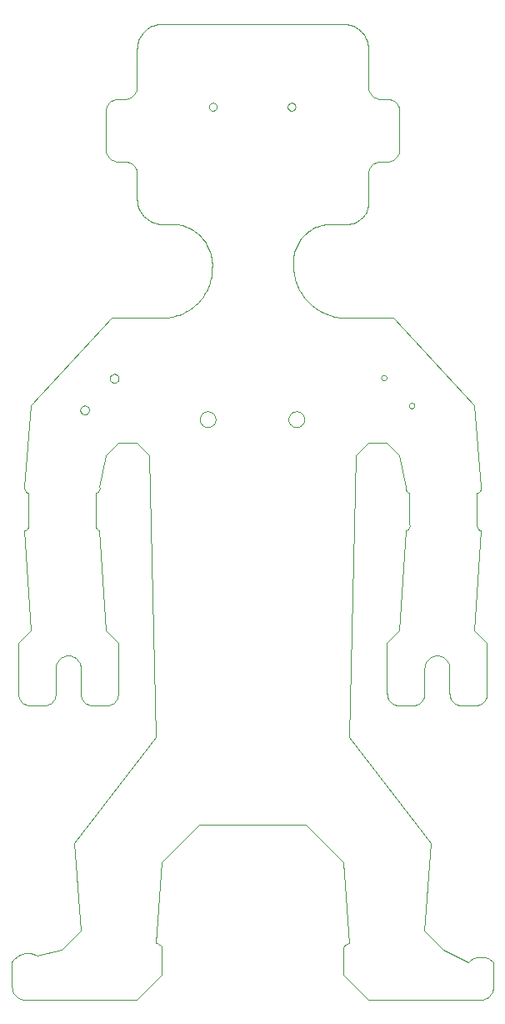
<source format=gko>
G75*
%MOIN*%
%OFA0B0*%
%FSLAX24Y24*%
%IPPOS*%
%LPD*%
%AMOC8*
5,1,8,0,0,1.08239X$1,22.5*
%
%ADD10C,0.0000*%
D10*
X000100Y000600D02*
X000100Y001600D01*
X000128Y001644D01*
X000160Y001685D01*
X000194Y001724D01*
X000231Y001761D01*
X000270Y001795D01*
X000312Y001826D01*
X000356Y001854D01*
X000402Y001878D01*
X000449Y001900D01*
X000498Y001918D01*
X000548Y001932D01*
X000599Y001943D01*
X000651Y001950D01*
X000703Y001954D01*
X000755Y001953D01*
X000806Y001949D01*
X000858Y001942D01*
X000909Y001930D01*
X000959Y001916D01*
X001007Y001897D01*
X001055Y001875D01*
X001100Y001850D01*
X002100Y002100D01*
X002850Y002850D01*
X002600Y006350D01*
X005850Y010600D01*
X005600Y021850D01*
X005100Y022350D01*
X004350Y022350D01*
X003850Y021850D01*
X003600Y020600D01*
X003605Y020573D01*
X003606Y020547D01*
X003604Y020520D01*
X003598Y020493D01*
X003589Y020468D01*
X003577Y020444D01*
X003561Y020422D01*
X003543Y020402D01*
X003523Y020384D01*
X003500Y020370D01*
X003476Y020358D01*
X003450Y020350D01*
X003450Y019100D01*
X003445Y019073D01*
X003444Y019047D01*
X003446Y019020D01*
X003452Y018993D01*
X003461Y018968D01*
X003473Y018944D01*
X003489Y018922D01*
X003507Y018902D01*
X003527Y018884D01*
X003550Y018870D01*
X003574Y018858D01*
X003600Y018850D01*
X003850Y014850D01*
X004350Y014350D01*
X004350Y012350D01*
X004348Y012306D01*
X004342Y012263D01*
X004333Y012221D01*
X004320Y012179D01*
X004303Y012139D01*
X004283Y012100D01*
X004260Y012063D01*
X004233Y012029D01*
X004204Y011996D01*
X004171Y011967D01*
X004137Y011940D01*
X004100Y011917D01*
X004061Y011897D01*
X004021Y011880D01*
X003979Y011867D01*
X003937Y011858D01*
X003894Y011852D01*
X003850Y011850D01*
X003350Y011850D01*
X003306Y011852D01*
X003263Y011858D01*
X003221Y011867D01*
X003179Y011880D01*
X003139Y011897D01*
X003100Y011917D01*
X003063Y011940D01*
X003029Y011967D01*
X002996Y011996D01*
X002967Y012029D01*
X002940Y012063D01*
X002917Y012100D01*
X002897Y012139D01*
X002880Y012179D01*
X002867Y012221D01*
X002858Y012263D01*
X002852Y012306D01*
X002850Y012350D01*
X002850Y013350D01*
X002350Y013850D02*
X002306Y013848D01*
X002263Y013842D01*
X002221Y013833D01*
X002179Y013820D01*
X002139Y013803D01*
X002100Y013783D01*
X002063Y013760D01*
X002029Y013733D01*
X001996Y013704D01*
X001967Y013671D01*
X001940Y013637D01*
X001917Y013600D01*
X001897Y013561D01*
X001880Y013521D01*
X001867Y013479D01*
X001858Y013437D01*
X001852Y013394D01*
X001850Y013350D01*
X001850Y012350D01*
X001848Y012306D01*
X001842Y012263D01*
X001833Y012221D01*
X001820Y012179D01*
X001803Y012139D01*
X001783Y012100D01*
X001760Y012063D01*
X001733Y012029D01*
X001704Y011996D01*
X001671Y011967D01*
X001637Y011940D01*
X001600Y011917D01*
X001561Y011897D01*
X001521Y011880D01*
X001479Y011867D01*
X001437Y011858D01*
X001394Y011852D01*
X001350Y011850D01*
X000850Y011850D01*
X000806Y011852D01*
X000763Y011858D01*
X000721Y011867D01*
X000679Y011880D01*
X000639Y011897D01*
X000600Y011917D01*
X000563Y011940D01*
X000529Y011967D01*
X000496Y011996D01*
X000467Y012029D01*
X000440Y012063D01*
X000417Y012100D01*
X000397Y012139D01*
X000380Y012179D01*
X000367Y012221D01*
X000358Y012263D01*
X000352Y012306D01*
X000350Y012350D01*
X000350Y014350D01*
X000850Y014850D01*
X000600Y018850D01*
X000626Y018858D01*
X000650Y018870D01*
X000673Y018884D01*
X000693Y018902D01*
X000711Y018922D01*
X000727Y018944D01*
X000739Y018968D01*
X000748Y018993D01*
X000754Y019020D01*
X000756Y019047D01*
X000755Y019073D01*
X000750Y019100D01*
X000750Y020350D01*
X000724Y020358D01*
X000700Y020370D01*
X000677Y020384D01*
X000657Y020402D01*
X000639Y020422D01*
X000623Y020444D01*
X000611Y020468D01*
X000602Y020493D01*
X000596Y020520D01*
X000594Y020547D01*
X000595Y020573D01*
X000600Y020600D01*
X000850Y023850D01*
X004100Y027350D01*
X006100Y027350D01*
X006187Y027352D01*
X006274Y027358D01*
X006361Y027367D01*
X006447Y027380D01*
X006533Y027397D01*
X006618Y027418D01*
X006701Y027443D01*
X006784Y027471D01*
X006865Y027502D01*
X006945Y027537D01*
X007023Y027576D01*
X007100Y027618D01*
X007175Y027663D01*
X007247Y027712D01*
X007318Y027763D01*
X007386Y027818D01*
X007451Y027875D01*
X007514Y027936D01*
X007575Y027999D01*
X007632Y028064D01*
X007687Y028132D01*
X007738Y028203D01*
X007787Y028275D01*
X007832Y028350D01*
X007874Y028427D01*
X007913Y028505D01*
X007948Y028585D01*
X007979Y028666D01*
X008007Y028749D01*
X008032Y028832D01*
X008053Y028917D01*
X008070Y029003D01*
X008083Y029089D01*
X008092Y029176D01*
X008098Y029263D01*
X008100Y029350D01*
X006600Y031100D02*
X006100Y031100D01*
X006040Y031102D01*
X005979Y031107D01*
X005920Y031116D01*
X005861Y031129D01*
X005802Y031145D01*
X005745Y031165D01*
X005690Y031188D01*
X005635Y031215D01*
X005583Y031244D01*
X005532Y031277D01*
X005483Y031313D01*
X005437Y031351D01*
X005393Y031393D01*
X005351Y031437D01*
X005313Y031483D01*
X005277Y031532D01*
X005244Y031583D01*
X005215Y031635D01*
X005188Y031690D01*
X005165Y031745D01*
X005145Y031802D01*
X005129Y031861D01*
X005116Y031920D01*
X005107Y031979D01*
X005102Y032040D01*
X005100Y032100D01*
X005100Y033100D01*
X005098Y033144D01*
X005092Y033187D01*
X005083Y033229D01*
X005070Y033271D01*
X005053Y033311D01*
X005033Y033350D01*
X005010Y033387D01*
X004983Y033421D01*
X004954Y033454D01*
X004921Y033483D01*
X004887Y033510D01*
X004850Y033533D01*
X004811Y033553D01*
X004771Y033570D01*
X004729Y033583D01*
X004687Y033592D01*
X004644Y033598D01*
X004600Y033600D01*
X004350Y033600D01*
X004306Y033602D01*
X004263Y033608D01*
X004221Y033617D01*
X004179Y033630D01*
X004139Y033647D01*
X004100Y033667D01*
X004063Y033690D01*
X004029Y033717D01*
X003996Y033746D01*
X003967Y033779D01*
X003940Y033813D01*
X003917Y033850D01*
X003897Y033889D01*
X003880Y033929D01*
X003867Y033971D01*
X003858Y034013D01*
X003852Y034056D01*
X003850Y034100D01*
X003850Y035600D01*
X003852Y035644D01*
X003858Y035687D01*
X003867Y035729D01*
X003880Y035771D01*
X003897Y035811D01*
X003917Y035850D01*
X003940Y035887D01*
X003967Y035921D01*
X003996Y035954D01*
X004029Y035983D01*
X004063Y036010D01*
X004100Y036033D01*
X004139Y036053D01*
X004179Y036070D01*
X004221Y036083D01*
X004263Y036092D01*
X004306Y036098D01*
X004350Y036100D01*
X004600Y036100D01*
X004644Y036102D01*
X004687Y036108D01*
X004729Y036117D01*
X004771Y036130D01*
X004811Y036147D01*
X004850Y036167D01*
X004887Y036190D01*
X004921Y036217D01*
X004954Y036246D01*
X004983Y036279D01*
X005010Y036313D01*
X005033Y036350D01*
X005053Y036389D01*
X005070Y036429D01*
X005083Y036471D01*
X005092Y036513D01*
X005098Y036556D01*
X005100Y036600D01*
X005100Y038100D01*
X005102Y038160D01*
X005107Y038221D01*
X005116Y038280D01*
X005129Y038339D01*
X005145Y038398D01*
X005165Y038455D01*
X005188Y038510D01*
X005215Y038565D01*
X005244Y038617D01*
X005277Y038668D01*
X005313Y038717D01*
X005351Y038763D01*
X005393Y038807D01*
X005437Y038849D01*
X005483Y038887D01*
X005532Y038923D01*
X005583Y038956D01*
X005635Y038985D01*
X005690Y039012D01*
X005745Y039035D01*
X005802Y039055D01*
X005861Y039071D01*
X005920Y039084D01*
X005979Y039093D01*
X006040Y039098D01*
X006100Y039100D01*
X013350Y039100D01*
X013410Y039098D01*
X013471Y039093D01*
X013530Y039084D01*
X013589Y039071D01*
X013648Y039055D01*
X013705Y039035D01*
X013760Y039012D01*
X013815Y038985D01*
X013867Y038956D01*
X013918Y038923D01*
X013967Y038887D01*
X014013Y038849D01*
X014057Y038807D01*
X014099Y038763D01*
X014137Y038717D01*
X014173Y038668D01*
X014206Y038617D01*
X014235Y038565D01*
X014262Y038510D01*
X014285Y038455D01*
X014305Y038398D01*
X014321Y038339D01*
X014334Y038280D01*
X014343Y038221D01*
X014348Y038160D01*
X014350Y038100D01*
X014350Y036600D01*
X014352Y036556D01*
X014358Y036513D01*
X014367Y036471D01*
X014380Y036429D01*
X014397Y036389D01*
X014417Y036350D01*
X014440Y036313D01*
X014467Y036279D01*
X014496Y036246D01*
X014529Y036217D01*
X014563Y036190D01*
X014600Y036167D01*
X014639Y036147D01*
X014679Y036130D01*
X014721Y036117D01*
X014763Y036108D01*
X014806Y036102D01*
X014850Y036100D01*
X015100Y036100D01*
X015144Y036098D01*
X015187Y036092D01*
X015229Y036083D01*
X015271Y036070D01*
X015311Y036053D01*
X015350Y036033D01*
X015387Y036010D01*
X015421Y035983D01*
X015454Y035954D01*
X015483Y035921D01*
X015510Y035887D01*
X015533Y035850D01*
X015553Y035811D01*
X015570Y035771D01*
X015583Y035729D01*
X015592Y035687D01*
X015598Y035644D01*
X015600Y035600D01*
X015600Y034100D01*
X015598Y034056D01*
X015592Y034013D01*
X015583Y033971D01*
X015570Y033929D01*
X015553Y033889D01*
X015533Y033850D01*
X015510Y033813D01*
X015483Y033779D01*
X015454Y033746D01*
X015421Y033717D01*
X015387Y033690D01*
X015350Y033667D01*
X015311Y033647D01*
X015271Y033630D01*
X015229Y033617D01*
X015187Y033608D01*
X015144Y033602D01*
X015100Y033600D01*
X014850Y033600D01*
X014806Y033598D01*
X014763Y033592D01*
X014721Y033583D01*
X014679Y033570D01*
X014639Y033553D01*
X014600Y033533D01*
X014563Y033510D01*
X014529Y033483D01*
X014496Y033454D01*
X014467Y033421D01*
X014440Y033387D01*
X014417Y033350D01*
X014397Y033311D01*
X014380Y033271D01*
X014367Y033229D01*
X014358Y033187D01*
X014352Y033144D01*
X014350Y033100D01*
X014350Y032100D01*
X013600Y031100D02*
X012850Y031100D01*
X013600Y031100D02*
X013657Y031110D01*
X013713Y031124D01*
X013768Y031141D01*
X013822Y031162D01*
X013875Y031187D01*
X013925Y031214D01*
X013974Y031245D01*
X014021Y031280D01*
X014065Y031317D01*
X014107Y031357D01*
X014146Y031399D01*
X014182Y031445D01*
X014215Y031492D01*
X014245Y031541D01*
X014272Y031593D01*
X014295Y031646D01*
X014315Y031700D01*
X014331Y031756D01*
X014344Y031812D01*
X014353Y031869D01*
X014358Y031927D01*
X014359Y031985D01*
X014356Y032043D01*
X014350Y032100D01*
X011350Y029600D02*
X011346Y029510D01*
X011347Y029419D01*
X011351Y029329D01*
X011359Y029239D01*
X011371Y029149D01*
X011387Y029060D01*
X011406Y028972D01*
X011429Y028885D01*
X011456Y028799D01*
X011487Y028713D01*
X011521Y028630D01*
X011559Y028548D01*
X011600Y028467D01*
X011644Y028388D01*
X011692Y028312D01*
X011743Y028237D01*
X011797Y028165D01*
X011854Y028095D01*
X011914Y028027D01*
X011977Y027962D01*
X012043Y027900D01*
X012111Y027841D01*
X012181Y027784D01*
X012254Y027731D01*
X012329Y027681D01*
X012407Y027634D01*
X012486Y027590D01*
X012567Y027550D01*
X012649Y027513D01*
X012733Y027479D01*
X012818Y027450D01*
X012905Y027424D01*
X012993Y027401D01*
X013081Y027383D01*
X013170Y027368D01*
X013260Y027357D01*
X013350Y027350D01*
X015350Y027350D01*
X018600Y023850D01*
X018850Y020600D01*
X018855Y020573D01*
X018856Y020547D01*
X018854Y020520D01*
X018848Y020493D01*
X018839Y020468D01*
X018827Y020444D01*
X018811Y020422D01*
X018793Y020402D01*
X018773Y020384D01*
X018750Y020370D01*
X018726Y020358D01*
X018700Y020350D01*
X018700Y019100D01*
X018695Y019073D01*
X018694Y019047D01*
X018696Y019020D01*
X018702Y018993D01*
X018711Y018968D01*
X018723Y018944D01*
X018739Y018922D01*
X018757Y018902D01*
X018777Y018884D01*
X018800Y018870D01*
X018824Y018858D01*
X018850Y018850D01*
X018600Y014850D01*
X019100Y014350D01*
X019100Y012350D01*
X019098Y012306D01*
X019092Y012263D01*
X019083Y012221D01*
X019070Y012179D01*
X019053Y012139D01*
X019033Y012100D01*
X019010Y012063D01*
X018983Y012029D01*
X018954Y011996D01*
X018921Y011967D01*
X018887Y011940D01*
X018850Y011917D01*
X018811Y011897D01*
X018771Y011880D01*
X018729Y011867D01*
X018687Y011858D01*
X018644Y011852D01*
X018600Y011850D01*
X018100Y011850D01*
X018056Y011852D01*
X018013Y011858D01*
X017971Y011867D01*
X017929Y011880D01*
X017889Y011897D01*
X017850Y011917D01*
X017813Y011940D01*
X017779Y011967D01*
X017746Y011996D01*
X017717Y012029D01*
X017690Y012063D01*
X017667Y012100D01*
X017647Y012139D01*
X017630Y012179D01*
X017617Y012221D01*
X017608Y012263D01*
X017602Y012306D01*
X017600Y012350D01*
X017600Y013350D01*
X017598Y013394D01*
X017592Y013437D01*
X017583Y013479D01*
X017570Y013521D01*
X017553Y013561D01*
X017533Y013600D01*
X017510Y013637D01*
X017483Y013671D01*
X017454Y013704D01*
X017421Y013733D01*
X017387Y013760D01*
X017350Y013783D01*
X017311Y013803D01*
X017271Y013820D01*
X017229Y013833D01*
X017187Y013842D01*
X017144Y013848D01*
X017100Y013850D01*
X017056Y013848D01*
X017013Y013842D01*
X016971Y013833D01*
X016929Y013820D01*
X016889Y013803D01*
X016850Y013783D01*
X016813Y013760D01*
X016779Y013733D01*
X016746Y013704D01*
X016717Y013671D01*
X016690Y013637D01*
X016667Y013600D01*
X016647Y013561D01*
X016630Y013521D01*
X016617Y013479D01*
X016608Y013437D01*
X016602Y013394D01*
X016600Y013350D01*
X016600Y012350D01*
X016598Y012306D01*
X016592Y012263D01*
X016583Y012221D01*
X016570Y012179D01*
X016553Y012139D01*
X016533Y012100D01*
X016510Y012063D01*
X016483Y012029D01*
X016454Y011996D01*
X016421Y011967D01*
X016387Y011940D01*
X016350Y011917D01*
X016311Y011897D01*
X016271Y011880D01*
X016229Y011867D01*
X016187Y011858D01*
X016144Y011852D01*
X016100Y011850D01*
X015600Y011850D01*
X015556Y011852D01*
X015513Y011858D01*
X015471Y011867D01*
X015429Y011880D01*
X015389Y011897D01*
X015350Y011917D01*
X015313Y011940D01*
X015279Y011967D01*
X015246Y011996D01*
X015217Y012029D01*
X015190Y012063D01*
X015167Y012100D01*
X015147Y012139D01*
X015130Y012179D01*
X015117Y012221D01*
X015108Y012263D01*
X015102Y012306D01*
X015100Y012350D01*
X015100Y014350D01*
X015600Y014850D01*
X015850Y018850D01*
X015876Y018858D01*
X015900Y018870D01*
X015923Y018884D01*
X015943Y018902D01*
X015961Y018922D01*
X015977Y018944D01*
X015989Y018968D01*
X015998Y018993D01*
X016004Y019020D01*
X016006Y019047D01*
X016005Y019073D01*
X016000Y019100D01*
X016000Y020350D01*
X015974Y020358D01*
X015950Y020370D01*
X015927Y020384D01*
X015907Y020402D01*
X015889Y020422D01*
X015873Y020444D01*
X015861Y020468D01*
X015852Y020493D01*
X015846Y020520D01*
X015844Y020547D01*
X015845Y020573D01*
X015850Y020600D01*
X015600Y021850D01*
X015100Y022350D01*
X014350Y022350D01*
X013850Y021850D01*
X013600Y010600D01*
X016850Y006350D01*
X016600Y002850D01*
X017350Y002100D01*
X018350Y001600D01*
X018387Y001634D01*
X018426Y001666D01*
X018468Y001695D01*
X018511Y001721D01*
X018556Y001743D01*
X018603Y001762D01*
X018651Y001778D01*
X018700Y001791D01*
X018749Y001800D01*
X018800Y001805D01*
X018850Y001807D01*
X018900Y001805D01*
X018951Y001800D01*
X019000Y001791D01*
X019049Y001778D01*
X019097Y001762D01*
X019144Y001743D01*
X019189Y001721D01*
X019232Y001695D01*
X019274Y001666D01*
X019313Y001634D01*
X019350Y001600D01*
X019350Y000600D01*
X019348Y000556D01*
X019342Y000513D01*
X019333Y000471D01*
X019320Y000429D01*
X019303Y000389D01*
X019283Y000350D01*
X019260Y000313D01*
X019233Y000279D01*
X019204Y000246D01*
X019171Y000217D01*
X019137Y000190D01*
X019100Y000167D01*
X019061Y000147D01*
X019021Y000130D01*
X018979Y000117D01*
X018937Y000108D01*
X018894Y000102D01*
X018850Y000100D01*
X014350Y000100D01*
X013350Y001100D01*
X013350Y002100D01*
X013352Y002130D01*
X013357Y002160D01*
X013366Y002189D01*
X013379Y002216D01*
X013394Y002242D01*
X013413Y002266D01*
X013434Y002287D01*
X013458Y002306D01*
X013484Y002321D01*
X013511Y002334D01*
X013540Y002343D01*
X013570Y002348D01*
X013600Y002350D01*
X013350Y005600D01*
X011850Y007100D01*
X007600Y007100D01*
X006100Y005600D01*
X005850Y002350D01*
X005880Y002348D01*
X005910Y002343D01*
X005939Y002334D01*
X005966Y002321D01*
X005992Y002306D01*
X006016Y002287D01*
X006037Y002266D01*
X006056Y002242D01*
X006071Y002216D01*
X006084Y002189D01*
X006093Y002160D01*
X006098Y002130D01*
X006100Y002100D01*
X006100Y001100D01*
X005100Y000100D01*
X000600Y000100D01*
X000556Y000102D01*
X000513Y000108D01*
X000471Y000117D01*
X000429Y000130D01*
X000389Y000147D01*
X000350Y000167D01*
X000313Y000190D01*
X000279Y000217D01*
X000246Y000246D01*
X000217Y000279D01*
X000190Y000313D01*
X000167Y000350D01*
X000147Y000389D01*
X000130Y000429D01*
X000117Y000471D01*
X000108Y000513D01*
X000102Y000556D01*
X000100Y000600D01*
X002850Y013350D02*
X002848Y013394D01*
X002842Y013437D01*
X002833Y013479D01*
X002820Y013521D01*
X002803Y013561D01*
X002783Y013600D01*
X002760Y013637D01*
X002733Y013671D01*
X002704Y013704D01*
X002671Y013733D01*
X002637Y013760D01*
X002600Y013783D01*
X002561Y013803D01*
X002521Y013820D01*
X002479Y013833D01*
X002437Y013842D01*
X002394Y013848D01*
X002350Y013850D01*
X002832Y023667D02*
X002834Y023693D01*
X002840Y023719D01*
X002850Y023744D01*
X002863Y023767D01*
X002879Y023787D01*
X002899Y023805D01*
X002921Y023820D01*
X002944Y023832D01*
X002970Y023840D01*
X002996Y023844D01*
X003022Y023844D01*
X003048Y023840D01*
X003074Y023832D01*
X003098Y023820D01*
X003119Y023805D01*
X003139Y023787D01*
X003155Y023767D01*
X003168Y023744D01*
X003178Y023719D01*
X003184Y023693D01*
X003186Y023667D01*
X003184Y023641D01*
X003178Y023615D01*
X003168Y023590D01*
X003155Y023567D01*
X003139Y023547D01*
X003119Y023529D01*
X003097Y023514D01*
X003074Y023502D01*
X003048Y023494D01*
X003022Y023490D01*
X002996Y023490D01*
X002970Y023494D01*
X002944Y023502D01*
X002920Y023514D01*
X002899Y023529D01*
X002879Y023547D01*
X002863Y023567D01*
X002850Y023590D01*
X002840Y023615D01*
X002834Y023641D01*
X002832Y023667D01*
X004014Y024933D02*
X004016Y024959D01*
X004022Y024985D01*
X004032Y025010D01*
X004045Y025033D01*
X004061Y025053D01*
X004081Y025071D01*
X004103Y025086D01*
X004126Y025098D01*
X004152Y025106D01*
X004178Y025110D01*
X004204Y025110D01*
X004230Y025106D01*
X004256Y025098D01*
X004280Y025086D01*
X004301Y025071D01*
X004321Y025053D01*
X004337Y025033D01*
X004350Y025010D01*
X004360Y024985D01*
X004366Y024959D01*
X004368Y024933D01*
X004366Y024907D01*
X004360Y024881D01*
X004350Y024856D01*
X004337Y024833D01*
X004321Y024813D01*
X004301Y024795D01*
X004279Y024780D01*
X004256Y024768D01*
X004230Y024760D01*
X004204Y024756D01*
X004178Y024756D01*
X004152Y024760D01*
X004126Y024768D01*
X004102Y024780D01*
X004081Y024795D01*
X004061Y024813D01*
X004045Y024833D01*
X004032Y024856D01*
X004022Y024881D01*
X004016Y024907D01*
X004014Y024933D01*
X008100Y029350D02*
X008104Y029430D01*
X008105Y029510D01*
X008101Y029590D01*
X008093Y029669D01*
X008082Y029749D01*
X008067Y029827D01*
X008047Y029905D01*
X008024Y029981D01*
X007998Y030057D01*
X007967Y030131D01*
X007933Y030203D01*
X007896Y030274D01*
X007855Y030343D01*
X007811Y030409D01*
X007763Y030474D01*
X007713Y030536D01*
X007659Y030595D01*
X007603Y030652D01*
X007544Y030706D01*
X007482Y030757D01*
X007418Y030805D01*
X007351Y030849D01*
X007283Y030891D01*
X007212Y030929D01*
X007140Y030963D01*
X007066Y030994D01*
X006991Y031021D01*
X006915Y031045D01*
X006837Y031064D01*
X006759Y031080D01*
X006680Y031092D01*
X006600Y031100D01*
X007973Y035788D02*
X007975Y035813D01*
X007981Y035837D01*
X007990Y035859D01*
X008003Y035880D01*
X008019Y035899D01*
X008038Y035915D01*
X008059Y035928D01*
X008081Y035937D01*
X008105Y035943D01*
X008130Y035945D01*
X008155Y035943D01*
X008179Y035937D01*
X008201Y035928D01*
X008222Y035915D01*
X008241Y035899D01*
X008257Y035880D01*
X008270Y035859D01*
X008279Y035837D01*
X008285Y035813D01*
X008287Y035788D01*
X008285Y035763D01*
X008279Y035739D01*
X008270Y035717D01*
X008257Y035696D01*
X008241Y035677D01*
X008222Y035661D01*
X008201Y035648D01*
X008179Y035639D01*
X008155Y035633D01*
X008130Y035631D01*
X008105Y035633D01*
X008081Y035639D01*
X008059Y035648D01*
X008038Y035661D01*
X008019Y035677D01*
X008003Y035696D01*
X007990Y035717D01*
X007981Y035739D01*
X007975Y035763D01*
X007973Y035788D01*
X011123Y035788D02*
X011125Y035813D01*
X011131Y035837D01*
X011140Y035859D01*
X011153Y035880D01*
X011169Y035899D01*
X011188Y035915D01*
X011209Y035928D01*
X011231Y035937D01*
X011255Y035943D01*
X011280Y035945D01*
X011305Y035943D01*
X011329Y035937D01*
X011351Y035928D01*
X011372Y035915D01*
X011391Y035899D01*
X011407Y035880D01*
X011420Y035859D01*
X011429Y035837D01*
X011435Y035813D01*
X011437Y035788D01*
X011435Y035763D01*
X011429Y035739D01*
X011420Y035717D01*
X011407Y035696D01*
X011391Y035677D01*
X011372Y035661D01*
X011351Y035648D01*
X011329Y035639D01*
X011305Y035633D01*
X011280Y035631D01*
X011255Y035633D01*
X011231Y035639D01*
X011209Y035648D01*
X011188Y035661D01*
X011169Y035677D01*
X011153Y035696D01*
X011140Y035717D01*
X011131Y035739D01*
X011125Y035763D01*
X011123Y035788D01*
X012850Y031100D02*
X012774Y031098D01*
X012698Y031092D01*
X012623Y031083D01*
X012548Y031069D01*
X012474Y031052D01*
X012401Y031031D01*
X012329Y031007D01*
X012258Y030978D01*
X012189Y030947D01*
X012122Y030912D01*
X012057Y030873D01*
X011993Y030831D01*
X011932Y030786D01*
X011873Y030738D01*
X011817Y030687D01*
X011763Y030633D01*
X011712Y030577D01*
X011664Y030518D01*
X011619Y030457D01*
X011577Y030393D01*
X011538Y030328D01*
X011503Y030261D01*
X011472Y030192D01*
X011443Y030121D01*
X011419Y030049D01*
X011398Y029976D01*
X011381Y029902D01*
X011367Y029827D01*
X011358Y029752D01*
X011352Y029676D01*
X011350Y029600D01*
X011157Y023300D02*
X011159Y023335D01*
X011165Y023370D01*
X011175Y023404D01*
X011188Y023437D01*
X011205Y023468D01*
X011226Y023496D01*
X011249Y023523D01*
X011276Y023546D01*
X011304Y023567D01*
X011335Y023584D01*
X011368Y023597D01*
X011402Y023607D01*
X011437Y023613D01*
X011472Y023615D01*
X011507Y023613D01*
X011542Y023607D01*
X011576Y023597D01*
X011609Y023584D01*
X011640Y023567D01*
X011668Y023546D01*
X011695Y023523D01*
X011718Y023496D01*
X011739Y023468D01*
X011756Y023437D01*
X011769Y023404D01*
X011779Y023370D01*
X011785Y023335D01*
X011787Y023300D01*
X011785Y023265D01*
X011779Y023230D01*
X011769Y023196D01*
X011756Y023163D01*
X011739Y023132D01*
X011718Y023104D01*
X011695Y023077D01*
X011668Y023054D01*
X011640Y023033D01*
X011609Y023016D01*
X011576Y023003D01*
X011542Y022993D01*
X011507Y022987D01*
X011472Y022985D01*
X011437Y022987D01*
X011402Y022993D01*
X011368Y023003D01*
X011335Y023016D01*
X011304Y023033D01*
X011276Y023054D01*
X011249Y023077D01*
X011226Y023104D01*
X011205Y023132D01*
X011188Y023163D01*
X011175Y023196D01*
X011165Y023230D01*
X011159Y023265D01*
X011157Y023300D01*
X007613Y023300D02*
X007615Y023335D01*
X007621Y023370D01*
X007631Y023404D01*
X007644Y023437D01*
X007661Y023468D01*
X007682Y023496D01*
X007705Y023523D01*
X007732Y023546D01*
X007760Y023567D01*
X007791Y023584D01*
X007824Y023597D01*
X007858Y023607D01*
X007893Y023613D01*
X007928Y023615D01*
X007963Y023613D01*
X007998Y023607D01*
X008032Y023597D01*
X008065Y023584D01*
X008096Y023567D01*
X008124Y023546D01*
X008151Y023523D01*
X008174Y023496D01*
X008195Y023468D01*
X008212Y023437D01*
X008225Y023404D01*
X008235Y023370D01*
X008241Y023335D01*
X008243Y023300D01*
X008241Y023265D01*
X008235Y023230D01*
X008225Y023196D01*
X008212Y023163D01*
X008195Y023132D01*
X008174Y023104D01*
X008151Y023077D01*
X008124Y023054D01*
X008096Y023033D01*
X008065Y023016D01*
X008032Y023003D01*
X007998Y022993D01*
X007963Y022987D01*
X007928Y022985D01*
X007893Y022987D01*
X007858Y022993D01*
X007824Y023003D01*
X007791Y023016D01*
X007760Y023033D01*
X007732Y023054D01*
X007705Y023077D01*
X007682Y023104D01*
X007661Y023132D01*
X007644Y023163D01*
X007631Y023196D01*
X007621Y023230D01*
X007615Y023265D01*
X007613Y023300D01*
X014867Y024958D02*
X014869Y024978D01*
X014875Y024998D01*
X014884Y025016D01*
X014897Y025033D01*
X014912Y025046D01*
X014930Y025056D01*
X014950Y025063D01*
X014970Y025066D01*
X014990Y025065D01*
X015010Y025060D01*
X015029Y025052D01*
X015046Y025040D01*
X015060Y025025D01*
X015071Y025007D01*
X015079Y024988D01*
X015083Y024968D01*
X015083Y024948D01*
X015079Y024928D01*
X015071Y024909D01*
X015060Y024891D01*
X015046Y024876D01*
X015029Y024864D01*
X015010Y024856D01*
X014990Y024851D01*
X014970Y024850D01*
X014950Y024853D01*
X014930Y024860D01*
X014912Y024870D01*
X014897Y024883D01*
X014884Y024900D01*
X014875Y024918D01*
X014869Y024938D01*
X014867Y024958D01*
X015980Y023845D02*
X015982Y023865D01*
X015988Y023885D01*
X015997Y023903D01*
X016010Y023920D01*
X016025Y023933D01*
X016043Y023943D01*
X016063Y023950D01*
X016083Y023953D01*
X016103Y023952D01*
X016123Y023947D01*
X016142Y023939D01*
X016159Y023927D01*
X016173Y023912D01*
X016184Y023894D01*
X016192Y023875D01*
X016196Y023855D01*
X016196Y023835D01*
X016192Y023815D01*
X016184Y023796D01*
X016173Y023778D01*
X016159Y023763D01*
X016142Y023751D01*
X016123Y023743D01*
X016103Y023738D01*
X016083Y023737D01*
X016063Y023740D01*
X016043Y023747D01*
X016025Y023757D01*
X016010Y023770D01*
X015997Y023787D01*
X015988Y023805D01*
X015982Y023825D01*
X015980Y023845D01*
M02*

</source>
